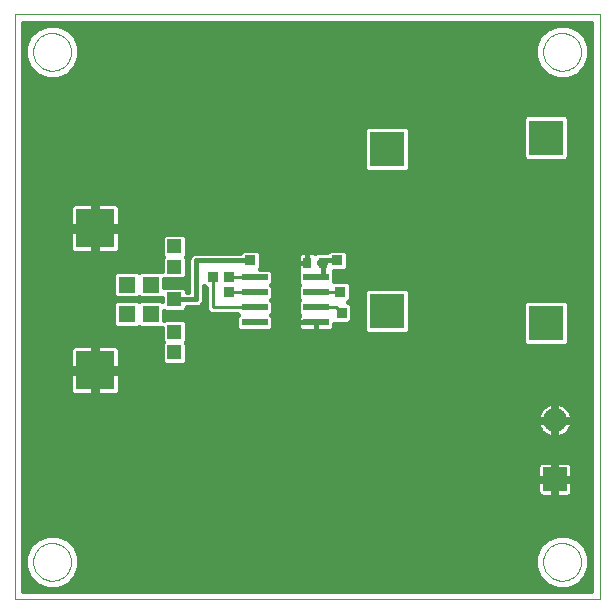
<source format=gtl>
G75*
G70*
%OFA0B0*%
%FSLAX24Y24*%
%IPPOS*%
%LPD*%
%AMOC8*
5,1,8,0,0,1.08239X$1,22.5*
%
%ADD10C,0.0000*%
%ADD11R,0.0866X0.0236*%
%ADD12R,0.1181X0.1181*%
%ADD13R,0.0276X0.0354*%
%ADD14R,0.1306X0.1306*%
%ADD15R,0.0562X0.0562*%
%ADD16R,0.0476X0.0476*%
%ADD17R,0.0800X0.0800*%
%ADD18C,0.0800*%
%ADD19C,0.0100*%
%ADD20R,0.0356X0.0356*%
%ADD21C,0.0160*%
%ADD22C,0.0320*%
D10*
X001401Y000181D02*
X001401Y019681D01*
X020901Y019681D01*
X020901Y000181D01*
X001401Y000181D01*
X002021Y001431D02*
X002023Y001481D01*
X002029Y001531D01*
X002039Y001580D01*
X002053Y001628D01*
X002070Y001675D01*
X002091Y001720D01*
X002116Y001764D01*
X002144Y001805D01*
X002176Y001844D01*
X002210Y001881D01*
X002247Y001915D01*
X002287Y001945D01*
X002329Y001972D01*
X002373Y001996D01*
X002419Y002017D01*
X002466Y002033D01*
X002514Y002046D01*
X002564Y002055D01*
X002613Y002060D01*
X002664Y002061D01*
X002714Y002058D01*
X002763Y002051D01*
X002812Y002040D01*
X002860Y002025D01*
X002906Y002007D01*
X002951Y001985D01*
X002994Y001959D01*
X003035Y001930D01*
X003074Y001898D01*
X003110Y001863D01*
X003142Y001825D01*
X003172Y001785D01*
X003199Y001742D01*
X003222Y001698D01*
X003241Y001652D01*
X003257Y001604D01*
X003269Y001555D01*
X003277Y001506D01*
X003281Y001456D01*
X003281Y001406D01*
X003277Y001356D01*
X003269Y001307D01*
X003257Y001258D01*
X003241Y001210D01*
X003222Y001164D01*
X003199Y001120D01*
X003172Y001077D01*
X003142Y001037D01*
X003110Y000999D01*
X003074Y000964D01*
X003035Y000932D01*
X002994Y000903D01*
X002951Y000877D01*
X002906Y000855D01*
X002860Y000837D01*
X002812Y000822D01*
X002763Y000811D01*
X002714Y000804D01*
X002664Y000801D01*
X002613Y000802D01*
X002564Y000807D01*
X002514Y000816D01*
X002466Y000829D01*
X002419Y000845D01*
X002373Y000866D01*
X002329Y000890D01*
X002287Y000917D01*
X002247Y000947D01*
X002210Y000981D01*
X002176Y001018D01*
X002144Y001057D01*
X002116Y001098D01*
X002091Y001142D01*
X002070Y001187D01*
X002053Y001234D01*
X002039Y001282D01*
X002029Y001331D01*
X002023Y001381D01*
X002021Y001431D01*
X019021Y001431D02*
X019023Y001481D01*
X019029Y001531D01*
X019039Y001580D01*
X019053Y001628D01*
X019070Y001675D01*
X019091Y001720D01*
X019116Y001764D01*
X019144Y001805D01*
X019176Y001844D01*
X019210Y001881D01*
X019247Y001915D01*
X019287Y001945D01*
X019329Y001972D01*
X019373Y001996D01*
X019419Y002017D01*
X019466Y002033D01*
X019514Y002046D01*
X019564Y002055D01*
X019613Y002060D01*
X019664Y002061D01*
X019714Y002058D01*
X019763Y002051D01*
X019812Y002040D01*
X019860Y002025D01*
X019906Y002007D01*
X019951Y001985D01*
X019994Y001959D01*
X020035Y001930D01*
X020074Y001898D01*
X020110Y001863D01*
X020142Y001825D01*
X020172Y001785D01*
X020199Y001742D01*
X020222Y001698D01*
X020241Y001652D01*
X020257Y001604D01*
X020269Y001555D01*
X020277Y001506D01*
X020281Y001456D01*
X020281Y001406D01*
X020277Y001356D01*
X020269Y001307D01*
X020257Y001258D01*
X020241Y001210D01*
X020222Y001164D01*
X020199Y001120D01*
X020172Y001077D01*
X020142Y001037D01*
X020110Y000999D01*
X020074Y000964D01*
X020035Y000932D01*
X019994Y000903D01*
X019951Y000877D01*
X019906Y000855D01*
X019860Y000837D01*
X019812Y000822D01*
X019763Y000811D01*
X019714Y000804D01*
X019664Y000801D01*
X019613Y000802D01*
X019564Y000807D01*
X019514Y000816D01*
X019466Y000829D01*
X019419Y000845D01*
X019373Y000866D01*
X019329Y000890D01*
X019287Y000917D01*
X019247Y000947D01*
X019210Y000981D01*
X019176Y001018D01*
X019144Y001057D01*
X019116Y001098D01*
X019091Y001142D01*
X019070Y001187D01*
X019053Y001234D01*
X019039Y001282D01*
X019029Y001331D01*
X019023Y001381D01*
X019021Y001431D01*
X019021Y018431D02*
X019023Y018481D01*
X019029Y018531D01*
X019039Y018580D01*
X019053Y018628D01*
X019070Y018675D01*
X019091Y018720D01*
X019116Y018764D01*
X019144Y018805D01*
X019176Y018844D01*
X019210Y018881D01*
X019247Y018915D01*
X019287Y018945D01*
X019329Y018972D01*
X019373Y018996D01*
X019419Y019017D01*
X019466Y019033D01*
X019514Y019046D01*
X019564Y019055D01*
X019613Y019060D01*
X019664Y019061D01*
X019714Y019058D01*
X019763Y019051D01*
X019812Y019040D01*
X019860Y019025D01*
X019906Y019007D01*
X019951Y018985D01*
X019994Y018959D01*
X020035Y018930D01*
X020074Y018898D01*
X020110Y018863D01*
X020142Y018825D01*
X020172Y018785D01*
X020199Y018742D01*
X020222Y018698D01*
X020241Y018652D01*
X020257Y018604D01*
X020269Y018555D01*
X020277Y018506D01*
X020281Y018456D01*
X020281Y018406D01*
X020277Y018356D01*
X020269Y018307D01*
X020257Y018258D01*
X020241Y018210D01*
X020222Y018164D01*
X020199Y018120D01*
X020172Y018077D01*
X020142Y018037D01*
X020110Y017999D01*
X020074Y017964D01*
X020035Y017932D01*
X019994Y017903D01*
X019951Y017877D01*
X019906Y017855D01*
X019860Y017837D01*
X019812Y017822D01*
X019763Y017811D01*
X019714Y017804D01*
X019664Y017801D01*
X019613Y017802D01*
X019564Y017807D01*
X019514Y017816D01*
X019466Y017829D01*
X019419Y017845D01*
X019373Y017866D01*
X019329Y017890D01*
X019287Y017917D01*
X019247Y017947D01*
X019210Y017981D01*
X019176Y018018D01*
X019144Y018057D01*
X019116Y018098D01*
X019091Y018142D01*
X019070Y018187D01*
X019053Y018234D01*
X019039Y018282D01*
X019029Y018331D01*
X019023Y018381D01*
X019021Y018431D01*
X002021Y018431D02*
X002023Y018481D01*
X002029Y018531D01*
X002039Y018580D01*
X002053Y018628D01*
X002070Y018675D01*
X002091Y018720D01*
X002116Y018764D01*
X002144Y018805D01*
X002176Y018844D01*
X002210Y018881D01*
X002247Y018915D01*
X002287Y018945D01*
X002329Y018972D01*
X002373Y018996D01*
X002419Y019017D01*
X002466Y019033D01*
X002514Y019046D01*
X002564Y019055D01*
X002613Y019060D01*
X002664Y019061D01*
X002714Y019058D01*
X002763Y019051D01*
X002812Y019040D01*
X002860Y019025D01*
X002906Y019007D01*
X002951Y018985D01*
X002994Y018959D01*
X003035Y018930D01*
X003074Y018898D01*
X003110Y018863D01*
X003142Y018825D01*
X003172Y018785D01*
X003199Y018742D01*
X003222Y018698D01*
X003241Y018652D01*
X003257Y018604D01*
X003269Y018555D01*
X003277Y018506D01*
X003281Y018456D01*
X003281Y018406D01*
X003277Y018356D01*
X003269Y018307D01*
X003257Y018258D01*
X003241Y018210D01*
X003222Y018164D01*
X003199Y018120D01*
X003172Y018077D01*
X003142Y018037D01*
X003110Y017999D01*
X003074Y017964D01*
X003035Y017932D01*
X002994Y017903D01*
X002951Y017877D01*
X002906Y017855D01*
X002860Y017837D01*
X002812Y017822D01*
X002763Y017811D01*
X002714Y017804D01*
X002664Y017801D01*
X002613Y017802D01*
X002564Y017807D01*
X002514Y017816D01*
X002466Y017829D01*
X002419Y017845D01*
X002373Y017866D01*
X002329Y017890D01*
X002287Y017917D01*
X002247Y017947D01*
X002210Y017981D01*
X002176Y018018D01*
X002144Y018057D01*
X002116Y018098D01*
X002091Y018142D01*
X002070Y018187D01*
X002053Y018234D01*
X002039Y018282D01*
X002029Y018331D01*
X002023Y018381D01*
X002021Y018431D01*
D11*
X009397Y010911D03*
X009397Y010411D03*
X009397Y009911D03*
X009397Y009411D03*
X011445Y009411D03*
X011445Y009911D03*
X011445Y010411D03*
X011445Y010911D03*
D12*
X013801Y009788D03*
X019116Y009394D03*
X013801Y015181D03*
X019116Y015575D03*
D13*
X011667Y011401D03*
X011155Y011401D03*
D14*
X004081Y012551D03*
X004081Y007811D03*
D15*
X005148Y009689D03*
X005935Y009689D03*
X005935Y010674D03*
X005148Y010674D03*
D16*
X006723Y010181D03*
X006723Y011264D03*
X006723Y011953D03*
X006723Y009099D03*
X006723Y008410D03*
D17*
X019401Y004181D03*
D18*
X019401Y006150D03*
D19*
X012301Y009731D02*
X012121Y009911D01*
X011445Y009911D01*
X011445Y010411D02*
X012251Y010411D01*
X012251Y010431D01*
X009397Y010411D02*
X008551Y010411D01*
X008551Y010431D01*
X008551Y010911D02*
X008551Y010931D01*
X008551Y010911D02*
X009397Y010911D01*
X009397Y009911D02*
X008001Y009911D01*
X008001Y010931D01*
D20*
X008001Y010931D03*
X008551Y010931D03*
X008551Y010431D03*
X009251Y011481D03*
X012151Y011481D03*
X012251Y010431D03*
X012301Y009731D03*
D21*
X012058Y009373D02*
X012554Y009373D01*
X012659Y009479D01*
X012659Y009984D01*
X012554Y010089D01*
X012520Y010089D01*
X012609Y010179D01*
X012609Y010684D01*
X012504Y010789D01*
X012058Y010789D01*
X012058Y011104D01*
X012038Y011123D01*
X012404Y011123D01*
X012509Y011229D01*
X012509Y011734D01*
X012404Y011839D01*
X011898Y011839D01*
X011817Y011759D01*
X011454Y011759D01*
X011411Y011715D01*
X011403Y011723D01*
X011362Y011746D01*
X011317Y011759D01*
X011155Y011759D01*
X010994Y011759D01*
X010948Y011746D01*
X010907Y011723D01*
X010873Y011689D01*
X010850Y011648D01*
X010837Y011602D01*
X010837Y011402D01*
X011155Y011402D01*
X011155Y011759D01*
X011155Y011402D01*
X011155Y011402D01*
X011155Y011401D01*
X010837Y011401D01*
X010837Y011201D01*
X010850Y011155D01*
X010861Y011134D01*
X010831Y011104D01*
X010831Y010719D01*
X010889Y010661D01*
X010831Y010604D01*
X010831Y010219D01*
X010889Y010161D01*
X010831Y010104D01*
X010831Y009719D01*
X010889Y009661D01*
X010867Y009640D01*
X010844Y009599D01*
X010831Y009553D01*
X010831Y009412D01*
X011444Y009412D01*
X011444Y009411D01*
X010831Y009411D01*
X010831Y009270D01*
X010844Y009224D01*
X010867Y009183D01*
X010901Y009149D01*
X010942Y009126D01*
X010988Y009113D01*
X011444Y009113D01*
X011444Y009411D01*
X011445Y009411D01*
X011445Y009113D01*
X011901Y009113D01*
X011947Y009126D01*
X011988Y009149D01*
X012022Y009183D01*
X012045Y009224D01*
X012058Y009270D01*
X012058Y009373D01*
X012042Y009218D02*
X013030Y009218D01*
X013030Y009123D02*
X013136Y009017D01*
X014466Y009017D01*
X014571Y009123D01*
X014571Y010453D01*
X014466Y010558D01*
X013136Y010558D01*
X013030Y010453D01*
X013030Y009123D01*
X013093Y009060D02*
X007140Y009060D01*
X007140Y009218D02*
X008785Y009218D01*
X008784Y009219D02*
X008890Y009113D01*
X009905Y009113D01*
X010010Y009219D01*
X010010Y009604D01*
X009953Y009661D01*
X010010Y009719D01*
X010010Y010104D01*
X009953Y010161D01*
X010010Y010219D01*
X010010Y010604D01*
X009953Y010661D01*
X010010Y010719D01*
X010010Y011104D01*
X009905Y011209D01*
X009590Y011209D01*
X009609Y011229D01*
X009609Y011734D01*
X009504Y011839D01*
X008998Y011839D01*
X008900Y011741D01*
X007399Y011741D01*
X007304Y011702D01*
X007231Y011629D01*
X007191Y011533D01*
X007191Y011430D01*
X007191Y010441D01*
X007140Y010441D01*
X007140Y010494D01*
X007035Y010599D01*
X006410Y010599D01*
X006396Y010585D01*
X006396Y010860D01*
X006410Y010846D01*
X007035Y010846D01*
X007140Y010952D01*
X007140Y011576D01*
X007108Y011609D01*
X007140Y011641D01*
X007140Y012265D01*
X007035Y012371D01*
X006410Y012371D01*
X006305Y012265D01*
X006305Y011641D01*
X006337Y011609D01*
X006305Y011576D01*
X006305Y011121D01*
X006305Y011121D01*
X006291Y011135D01*
X005580Y011135D01*
X005542Y011097D01*
X005504Y011135D01*
X004792Y011135D01*
X004687Y011029D01*
X004687Y010318D01*
X004792Y010212D01*
X005504Y010212D01*
X005542Y010251D01*
X005580Y010212D01*
X006291Y010212D01*
X006305Y010226D01*
X006305Y010136D01*
X006291Y010150D01*
X005580Y010150D01*
X005542Y010112D01*
X005504Y010150D01*
X004792Y010150D01*
X004687Y010045D01*
X004687Y009334D01*
X004792Y009228D01*
X005504Y009228D01*
X005542Y009266D01*
X005580Y009228D01*
X006291Y009228D01*
X006305Y009242D01*
X006305Y008786D01*
X006337Y008754D01*
X006305Y008722D01*
X006305Y008097D01*
X006410Y007992D01*
X007035Y007992D01*
X007140Y008097D01*
X007140Y008722D01*
X007108Y008754D01*
X007140Y008786D01*
X007140Y009411D01*
X007035Y009516D01*
X006410Y009516D01*
X006396Y009502D01*
X006396Y009778D01*
X006410Y009764D01*
X007035Y009764D01*
X007140Y009869D01*
X007140Y009921D01*
X007399Y009921D01*
X007503Y009921D01*
X007598Y009961D01*
X007671Y010034D01*
X007711Y010130D01*
X007711Y010611D01*
X007748Y010573D01*
X007771Y010573D01*
X007771Y009816D01*
X007906Y009681D01*
X008096Y009681D01*
X008822Y009681D01*
X008842Y009661D01*
X008784Y009604D01*
X008784Y009219D01*
X008784Y009377D02*
X007140Y009377D01*
X007124Y009853D02*
X007771Y009853D01*
X007771Y010011D02*
X007648Y010011D01*
X007711Y010170D02*
X007771Y010170D01*
X007771Y010328D02*
X007711Y010328D01*
X007711Y010487D02*
X007771Y010487D01*
X007451Y010181D02*
X007451Y011481D01*
X009251Y011481D01*
X009609Y011438D02*
X010837Y011438D01*
X010837Y011279D02*
X009609Y011279D01*
X009609Y011597D02*
X010837Y011597D01*
X010981Y011755D02*
X009588Y011755D01*
X008914Y011755D02*
X007140Y011755D01*
X007140Y011914D02*
X020621Y011914D01*
X020621Y012072D02*
X007140Y012072D01*
X007140Y012231D02*
X020621Y012231D01*
X020621Y012389D02*
X004914Y012389D01*
X004914Y012471D02*
X004914Y011875D01*
X004901Y011829D01*
X004878Y011788D01*
X004844Y011755D01*
X004803Y011731D01*
X004757Y011719D01*
X004161Y011719D01*
X004161Y012471D01*
X004001Y012471D01*
X004001Y011719D01*
X003404Y011719D01*
X003359Y011731D01*
X003318Y011755D01*
X003284Y011788D01*
X003260Y011829D01*
X003248Y011875D01*
X003248Y012471D01*
X004001Y012471D01*
X004001Y012631D01*
X003248Y012631D01*
X003248Y013228D01*
X003260Y013274D01*
X003284Y013315D01*
X003318Y013348D01*
X003359Y013372D01*
X003404Y013384D01*
X004001Y013384D01*
X004001Y012632D01*
X004161Y012632D01*
X004161Y013384D01*
X004757Y013384D01*
X004803Y013372D01*
X004844Y013348D01*
X004878Y013315D01*
X004901Y013274D01*
X004914Y013228D01*
X004914Y012631D01*
X004161Y012631D01*
X004161Y012471D01*
X004914Y012471D01*
X004914Y012706D02*
X020621Y012706D01*
X020621Y012548D02*
X004161Y012548D01*
X004161Y012706D02*
X004001Y012706D01*
X004001Y012548D02*
X001681Y012548D01*
X001681Y012706D02*
X003248Y012706D01*
X003248Y012865D02*
X001681Y012865D01*
X001681Y013023D02*
X003248Y013023D01*
X003248Y013182D02*
X001681Y013182D01*
X001681Y013341D02*
X003310Y013341D01*
X004001Y013341D02*
X004161Y013341D01*
X004161Y013182D02*
X004001Y013182D01*
X004001Y013023D02*
X004161Y013023D01*
X004161Y012865D02*
X004001Y012865D01*
X004001Y012389D02*
X004161Y012389D01*
X004161Y012231D02*
X004001Y012231D01*
X004001Y012072D02*
X004161Y012072D01*
X004161Y011914D02*
X004001Y011914D01*
X004001Y011755D02*
X004161Y011755D01*
X004845Y011755D02*
X006305Y011755D01*
X006305Y011914D02*
X004914Y011914D01*
X004914Y012072D02*
X006305Y012072D01*
X006305Y012231D02*
X004914Y012231D01*
X004914Y012865D02*
X020621Y012865D01*
X020621Y013023D02*
X004914Y013023D01*
X004914Y013182D02*
X020621Y013182D01*
X020621Y013341D02*
X004852Y013341D01*
X003248Y012389D02*
X001681Y012389D01*
X001681Y012231D02*
X003248Y012231D01*
X003248Y012072D02*
X001681Y012072D01*
X001681Y011914D02*
X003248Y011914D01*
X003317Y011755D02*
X001681Y011755D01*
X001681Y011597D02*
X006325Y011597D01*
X006305Y011438D02*
X001681Y011438D01*
X001681Y011279D02*
X006305Y011279D01*
X006396Y010804D02*
X007191Y010804D01*
X007191Y010962D02*
X007140Y010962D01*
X007140Y011121D02*
X007191Y011121D01*
X007191Y011279D02*
X007140Y011279D01*
X007140Y011438D02*
X007191Y011438D01*
X007217Y011597D02*
X007120Y011597D01*
X007191Y010645D02*
X006396Y010645D01*
X006305Y010170D02*
X001681Y010170D01*
X001681Y010328D02*
X004687Y010328D01*
X004687Y010487D02*
X001681Y010487D01*
X001681Y010645D02*
X004687Y010645D01*
X004687Y010804D02*
X001681Y010804D01*
X001681Y010962D02*
X004687Y010962D01*
X004779Y011121D02*
X001681Y011121D01*
X001681Y010011D02*
X004687Y010011D01*
X004687Y009853D02*
X001681Y009853D01*
X001681Y009694D02*
X004687Y009694D01*
X004687Y009535D02*
X001681Y009535D01*
X001681Y009377D02*
X004687Y009377D01*
X004757Y008644D02*
X004161Y008644D01*
X004161Y007891D01*
X004914Y007891D01*
X004914Y008488D01*
X004901Y008534D01*
X004878Y008575D01*
X004844Y008608D01*
X004803Y008632D01*
X004757Y008644D01*
X004868Y008584D02*
X006305Y008584D01*
X006305Y008426D02*
X004914Y008426D01*
X004914Y008267D02*
X006305Y008267D01*
X006305Y008109D02*
X004914Y008109D01*
X004914Y007950D02*
X020621Y007950D01*
X020621Y007791D02*
X004161Y007791D01*
X004161Y007731D02*
X004161Y007891D01*
X004001Y007891D01*
X004001Y007731D01*
X004161Y007731D01*
X004161Y006979D01*
X004757Y006979D01*
X004803Y006991D01*
X004844Y007015D01*
X004878Y007048D01*
X004901Y007089D01*
X004914Y007135D01*
X004914Y007731D01*
X004161Y007731D01*
X004161Y007633D02*
X004001Y007633D01*
X004001Y007731D02*
X004001Y006979D01*
X003404Y006979D01*
X003359Y006991D01*
X003318Y007015D01*
X003284Y007048D01*
X003260Y007089D01*
X003248Y007135D01*
X003248Y007731D01*
X004001Y007731D01*
X004001Y007791D02*
X001681Y007791D01*
X001681Y007633D02*
X003248Y007633D01*
X003248Y007474D02*
X001681Y007474D01*
X001681Y007316D02*
X003248Y007316D01*
X003248Y007157D02*
X001681Y007157D01*
X001681Y006999D02*
X003345Y006999D01*
X004001Y006999D02*
X004161Y006999D01*
X004161Y007157D02*
X004001Y007157D01*
X004001Y007316D02*
X004161Y007316D01*
X004161Y007474D02*
X004001Y007474D01*
X004001Y007891D02*
X003248Y007891D01*
X003248Y008488D01*
X003260Y008534D01*
X003284Y008575D01*
X003318Y008608D01*
X003359Y008632D01*
X003404Y008644D01*
X004001Y008644D01*
X004001Y007891D01*
X004001Y007950D02*
X004161Y007950D01*
X004161Y008109D02*
X004001Y008109D01*
X004001Y008267D02*
X004161Y008267D01*
X004161Y008426D02*
X004001Y008426D01*
X004001Y008584D02*
X004161Y008584D01*
X003294Y008584D02*
X001681Y008584D01*
X001681Y008426D02*
X003248Y008426D01*
X003248Y008267D02*
X001681Y008267D01*
X001681Y008109D02*
X003248Y008109D01*
X003248Y007950D02*
X001681Y007950D01*
X001681Y008743D02*
X006326Y008743D01*
X006305Y008901D02*
X001681Y008901D01*
X001681Y009060D02*
X006305Y009060D01*
X006305Y009218D02*
X001681Y009218D01*
X001681Y006840D02*
X020621Y006840D01*
X020621Y006682D02*
X019635Y006682D01*
X019624Y006687D02*
X019537Y006716D01*
X019449Y006729D01*
X019449Y006198D01*
X019353Y006198D01*
X019353Y006729D01*
X019265Y006716D01*
X019178Y006687D01*
X019097Y006646D01*
X019023Y006592D01*
X018959Y006528D01*
X018905Y006454D01*
X018863Y006373D01*
X018835Y006286D01*
X018821Y006198D01*
X019353Y006198D01*
X019353Y006102D01*
X018821Y006102D01*
X018835Y006014D01*
X018863Y005927D01*
X018905Y005846D01*
X018959Y005772D01*
X019023Y005708D01*
X019097Y005654D01*
X019178Y005612D01*
X019265Y005584D01*
X019353Y005570D01*
X019353Y006102D01*
X019449Y006102D01*
X019449Y006198D01*
X019981Y006198D01*
X019967Y006286D01*
X019938Y006373D01*
X019897Y006454D01*
X019843Y006528D01*
X019779Y006592D01*
X019705Y006646D01*
X019624Y006687D01*
X019449Y006682D02*
X019353Y006682D01*
X019353Y006523D02*
X019449Y006523D01*
X019449Y006365D02*
X019353Y006365D01*
X019353Y006206D02*
X019449Y006206D01*
X019449Y006102D02*
X019981Y006102D01*
X019967Y006014D01*
X019938Y005927D01*
X019897Y005846D01*
X019843Y005772D01*
X019779Y005708D01*
X019705Y005654D01*
X019624Y005612D01*
X019537Y005584D01*
X019449Y005570D01*
X019449Y006102D01*
X019449Y006048D02*
X019353Y006048D01*
X019353Y005889D02*
X019449Y005889D01*
X019449Y005730D02*
X019353Y005730D01*
X019353Y005572D02*
X019449Y005572D01*
X019459Y005572D02*
X020621Y005572D01*
X020621Y005730D02*
X019802Y005730D01*
X019919Y005889D02*
X020621Y005889D01*
X020621Y006048D02*
X019972Y006048D01*
X019979Y006206D02*
X020621Y006206D01*
X020621Y006365D02*
X019941Y006365D01*
X019847Y006523D02*
X020621Y006523D01*
X020621Y006999D02*
X004817Y006999D01*
X004914Y007157D02*
X020621Y007157D01*
X020621Y007316D02*
X004914Y007316D01*
X004914Y007474D02*
X020621Y007474D01*
X020621Y007633D02*
X004914Y007633D01*
X007140Y008109D02*
X020621Y008109D01*
X020621Y008267D02*
X007140Y008267D01*
X007140Y008426D02*
X020621Y008426D01*
X020621Y008584D02*
X007140Y008584D01*
X007120Y008743D02*
X018345Y008743D01*
X018345Y008729D02*
X018451Y008623D01*
X019781Y008623D01*
X019886Y008729D01*
X019886Y010059D01*
X019781Y010165D01*
X018451Y010165D01*
X018345Y010059D01*
X018345Y008729D01*
X018345Y008901D02*
X007140Y008901D01*
X006396Y009535D02*
X008784Y009535D01*
X007893Y009694D02*
X006396Y009694D01*
X006723Y010181D02*
X007451Y010181D01*
X007191Y010487D02*
X007140Y010487D01*
X005566Y011121D02*
X005517Y011121D01*
X001681Y013499D02*
X020621Y013499D01*
X020621Y013658D02*
X001681Y013658D01*
X001681Y013816D02*
X020621Y013816D01*
X020621Y013975D02*
X001681Y013975D01*
X001681Y014133D02*
X020621Y014133D01*
X020621Y014292D02*
X001681Y014292D01*
X001681Y014450D02*
X013096Y014450D01*
X013136Y014411D02*
X013030Y014516D01*
X013030Y015846D01*
X013136Y015952D01*
X014466Y015952D01*
X014571Y015846D01*
X014571Y014516D01*
X014466Y014411D01*
X013136Y014411D01*
X013030Y014609D02*
X001681Y014609D01*
X001681Y014767D02*
X013030Y014767D01*
X013030Y014926D02*
X001681Y014926D01*
X001681Y015084D02*
X013030Y015084D01*
X013030Y015243D02*
X001681Y015243D01*
X001681Y015402D02*
X013030Y015402D01*
X013030Y015560D02*
X001681Y015560D01*
X001681Y015719D02*
X013030Y015719D01*
X013061Y015877D02*
X001681Y015877D01*
X001681Y016036D02*
X018345Y016036D01*
X018345Y016194D02*
X001681Y016194D01*
X001681Y016353D02*
X020621Y016353D01*
X020621Y016511D02*
X001681Y016511D01*
X001681Y016670D02*
X020621Y016670D01*
X020621Y016828D02*
X001681Y016828D01*
X001681Y016987D02*
X020621Y016987D01*
X020621Y017146D02*
X001681Y017146D01*
X001681Y017304D02*
X020621Y017304D01*
X020621Y017463D02*
X001681Y017463D01*
X001681Y017621D02*
X002229Y017621D01*
X002136Y017660D02*
X002470Y017521D01*
X002832Y017521D01*
X003166Y017660D01*
X003422Y017916D01*
X003561Y018250D01*
X003561Y018612D01*
X003422Y018947D01*
X003166Y019203D01*
X002832Y019341D01*
X002470Y019341D01*
X002136Y019203D01*
X001880Y018947D01*
X001741Y018612D01*
X001741Y018250D01*
X001880Y017916D01*
X002136Y017660D01*
X002016Y017780D02*
X001681Y017780D01*
X001681Y017938D02*
X001870Y017938D01*
X001805Y018097D02*
X001681Y018097D01*
X001681Y018255D02*
X001741Y018255D01*
X001741Y018414D02*
X001681Y018414D01*
X001681Y018572D02*
X001741Y018572D01*
X001790Y018731D02*
X001681Y018731D01*
X001681Y018890D02*
X001856Y018890D01*
X001981Y019048D02*
X001681Y019048D01*
X001681Y019207D02*
X002145Y019207D01*
X001681Y019365D02*
X020621Y019365D01*
X020621Y019401D02*
X001681Y019401D01*
X001681Y000461D01*
X020621Y000461D01*
X020621Y019401D01*
X020621Y019207D02*
X020157Y019207D01*
X020166Y019203D02*
X019832Y019341D01*
X019470Y019341D01*
X019136Y019203D01*
X018880Y018947D01*
X018741Y018612D01*
X018741Y018250D01*
X018880Y017916D01*
X019136Y017660D01*
X019470Y017521D01*
X019832Y017521D01*
X020166Y017660D01*
X020422Y017916D01*
X020561Y018250D01*
X020561Y018612D01*
X020422Y018947D01*
X020166Y019203D01*
X020321Y019048D02*
X020621Y019048D01*
X020621Y018890D02*
X020446Y018890D01*
X020512Y018731D02*
X020621Y018731D01*
X020621Y018572D02*
X020561Y018572D01*
X020561Y018414D02*
X020621Y018414D01*
X020621Y018255D02*
X020561Y018255D01*
X020621Y018097D02*
X020497Y018097D01*
X020432Y017938D02*
X020621Y017938D01*
X020621Y017780D02*
X020286Y017780D01*
X020073Y017621D02*
X020621Y017621D01*
X019781Y016346D02*
X018451Y016346D01*
X018345Y016240D01*
X018345Y014910D01*
X018451Y014805D01*
X019781Y014805D01*
X019886Y014910D01*
X019886Y016240D01*
X019781Y016346D01*
X019886Y016194D02*
X020621Y016194D01*
X020621Y016036D02*
X019886Y016036D01*
X019886Y015877D02*
X020621Y015877D01*
X020621Y015719D02*
X019886Y015719D01*
X019886Y015560D02*
X020621Y015560D01*
X020621Y015402D02*
X019886Y015402D01*
X019886Y015243D02*
X020621Y015243D01*
X020621Y015084D02*
X019886Y015084D01*
X019886Y014926D02*
X020621Y014926D01*
X020621Y014767D02*
X014571Y014767D01*
X014571Y014609D02*
X020621Y014609D01*
X020621Y014450D02*
X014505Y014450D01*
X014571Y014926D02*
X018345Y014926D01*
X018345Y015084D02*
X014571Y015084D01*
X014571Y015243D02*
X018345Y015243D01*
X018345Y015402D02*
X014571Y015402D01*
X014571Y015560D02*
X018345Y015560D01*
X018345Y015719D02*
X014571Y015719D01*
X014541Y015877D02*
X018345Y015877D01*
X019229Y017621D02*
X003073Y017621D01*
X003286Y017780D02*
X019016Y017780D01*
X018870Y017938D02*
X003432Y017938D01*
X003497Y018097D02*
X018805Y018097D01*
X018741Y018255D02*
X003561Y018255D01*
X003561Y018414D02*
X018741Y018414D01*
X018741Y018572D02*
X003561Y018572D01*
X003512Y018731D02*
X018790Y018731D01*
X018856Y018890D02*
X003446Y018890D01*
X003321Y019048D02*
X018981Y019048D01*
X019145Y019207D02*
X003157Y019207D01*
X011155Y011755D02*
X011155Y011755D01*
X011155Y011597D02*
X011155Y011597D01*
X011155Y011438D02*
X011155Y011438D01*
X011329Y011755D02*
X011451Y011755D01*
X011667Y011481D02*
X011667Y011401D01*
X011667Y010911D01*
X011445Y010911D01*
X010831Y010962D02*
X010010Y010962D01*
X010010Y010804D02*
X010831Y010804D01*
X010873Y010645D02*
X009969Y010645D01*
X010010Y010487D02*
X010831Y010487D01*
X010831Y010328D02*
X010010Y010328D01*
X009961Y010170D02*
X010881Y010170D01*
X010831Y010011D02*
X010010Y010011D01*
X010010Y009853D02*
X010831Y009853D01*
X010856Y009694D02*
X009986Y009694D01*
X010010Y009535D02*
X010831Y009535D01*
X010831Y009377D02*
X010010Y009377D01*
X010010Y009218D02*
X010847Y009218D01*
X011444Y009218D02*
X011445Y009218D01*
X011444Y009377D02*
X011445Y009377D01*
X012557Y009377D02*
X013030Y009377D01*
X013030Y009535D02*
X012659Y009535D01*
X012659Y009694D02*
X013030Y009694D01*
X013030Y009853D02*
X012659Y009853D01*
X012632Y010011D02*
X013030Y010011D01*
X013030Y010170D02*
X012600Y010170D01*
X012609Y010328D02*
X013030Y010328D01*
X013064Y010487D02*
X012609Y010487D01*
X012609Y010645D02*
X020621Y010645D01*
X020621Y010487D02*
X014538Y010487D01*
X014571Y010328D02*
X020621Y010328D01*
X020621Y010170D02*
X014571Y010170D01*
X014571Y010011D02*
X018345Y010011D01*
X018345Y009853D02*
X014571Y009853D01*
X014571Y009694D02*
X018345Y009694D01*
X018345Y009535D02*
X014571Y009535D01*
X014571Y009377D02*
X018345Y009377D01*
X018345Y009218D02*
X014571Y009218D01*
X014509Y009060D02*
X018345Y009060D01*
X019886Y009060D02*
X020621Y009060D01*
X020621Y009218D02*
X019886Y009218D01*
X019886Y009377D02*
X020621Y009377D01*
X020621Y009535D02*
X019886Y009535D01*
X019886Y009694D02*
X020621Y009694D01*
X020621Y009853D02*
X019886Y009853D01*
X019886Y010011D02*
X020621Y010011D01*
X020621Y010804D02*
X012058Y010804D01*
X012058Y010962D02*
X020621Y010962D01*
X020621Y011121D02*
X012041Y011121D01*
X012151Y011481D02*
X011667Y011481D01*
X010848Y011121D02*
X009994Y011121D01*
X012509Y011279D02*
X020621Y011279D01*
X020621Y011438D02*
X012509Y011438D01*
X012509Y011597D02*
X020621Y011597D01*
X020621Y011755D02*
X012488Y011755D01*
X018861Y006365D02*
X001681Y006365D01*
X001681Y006523D02*
X018955Y006523D01*
X019167Y006682D02*
X001681Y006682D01*
X001681Y006206D02*
X018823Y006206D01*
X018830Y006048D02*
X001681Y006048D01*
X001681Y005889D02*
X018883Y005889D01*
X019000Y005730D02*
X001681Y005730D01*
X001681Y005572D02*
X019343Y005572D01*
X019353Y004761D02*
X018977Y004761D01*
X018931Y004749D01*
X018890Y004725D01*
X018857Y004692D01*
X018833Y004651D01*
X018821Y004605D01*
X018821Y004229D01*
X019353Y004229D01*
X019353Y004133D01*
X019449Y004133D01*
X019449Y003601D01*
X019825Y003601D01*
X019870Y003614D01*
X019911Y003637D01*
X019945Y003671D01*
X019969Y003712D01*
X019981Y003758D01*
X019981Y004133D01*
X019449Y004133D01*
X019449Y004229D01*
X019981Y004229D01*
X019981Y004605D01*
X019969Y004651D01*
X019945Y004692D01*
X019911Y004725D01*
X019870Y004749D01*
X019825Y004761D01*
X019449Y004761D01*
X019449Y004230D01*
X019353Y004230D01*
X019353Y004761D01*
X019353Y004621D02*
X019449Y004621D01*
X019449Y004462D02*
X019353Y004462D01*
X019353Y004304D02*
X019449Y004304D01*
X019449Y004145D02*
X020621Y004145D01*
X020621Y003986D02*
X019981Y003986D01*
X019981Y003828D02*
X020621Y003828D01*
X020621Y003669D02*
X019943Y003669D01*
X019449Y003669D02*
X019353Y003669D01*
X019353Y003601D02*
X019353Y004133D01*
X018821Y004133D01*
X018821Y003758D01*
X018833Y003712D01*
X018857Y003671D01*
X018890Y003637D01*
X018931Y003614D01*
X018977Y003601D01*
X019353Y003601D01*
X019353Y003828D02*
X019449Y003828D01*
X019449Y003986D02*
X019353Y003986D01*
X019353Y004145D02*
X001681Y004145D01*
X001681Y003986D02*
X018821Y003986D01*
X018821Y003828D02*
X001681Y003828D01*
X001681Y003669D02*
X018858Y003669D01*
X018821Y004304D02*
X001681Y004304D01*
X001681Y004462D02*
X018821Y004462D01*
X018825Y004621D02*
X001681Y004621D01*
X001681Y004779D02*
X020621Y004779D01*
X020621Y004621D02*
X019977Y004621D01*
X019981Y004462D02*
X020621Y004462D01*
X020621Y004304D02*
X019981Y004304D01*
X020621Y004938D02*
X001681Y004938D01*
X001681Y005096D02*
X020621Y005096D01*
X020621Y005255D02*
X001681Y005255D01*
X001681Y005413D02*
X020621Y005413D01*
X020621Y003511D02*
X001681Y003511D01*
X001681Y003352D02*
X020621Y003352D01*
X020621Y003194D02*
X001681Y003194D01*
X001681Y003035D02*
X020621Y003035D01*
X020621Y002877D02*
X001681Y002877D01*
X001681Y002718D02*
X020621Y002718D01*
X020621Y002560D02*
X001681Y002560D01*
X001681Y002401D02*
X020621Y002401D01*
X020621Y002242D02*
X020071Y002242D01*
X020166Y002203D02*
X019832Y002341D01*
X019470Y002341D01*
X019136Y002203D01*
X018880Y001947D01*
X018741Y001612D01*
X018741Y001250D01*
X018880Y000916D01*
X019136Y000660D01*
X019470Y000521D01*
X019832Y000521D01*
X020166Y000660D01*
X020422Y000916D01*
X020561Y001250D01*
X020561Y001612D01*
X020422Y001947D01*
X020166Y002203D01*
X020285Y002084D02*
X020621Y002084D01*
X020621Y001925D02*
X020431Y001925D01*
X020497Y001767D02*
X020621Y001767D01*
X020621Y001608D02*
X020561Y001608D01*
X020561Y001450D02*
X020621Y001450D01*
X020621Y001291D02*
X020561Y001291D01*
X020512Y001133D02*
X020621Y001133D01*
X020621Y000974D02*
X020446Y000974D01*
X020322Y000816D02*
X020621Y000816D01*
X020621Y000657D02*
X020159Y000657D01*
X020621Y000499D02*
X001681Y000499D01*
X001681Y000657D02*
X002143Y000657D01*
X002136Y000660D02*
X002470Y000521D01*
X002832Y000521D01*
X003166Y000660D01*
X003422Y000916D01*
X003561Y001250D01*
X003561Y001612D01*
X003422Y001947D01*
X003166Y002203D01*
X002832Y002341D01*
X002470Y002341D01*
X002136Y002203D01*
X001880Y001947D01*
X001741Y001612D01*
X001741Y001250D01*
X001880Y000916D01*
X002136Y000660D01*
X001980Y000816D02*
X001681Y000816D01*
X001681Y000974D02*
X001855Y000974D01*
X001790Y001133D02*
X001681Y001133D01*
X001681Y001291D02*
X001741Y001291D01*
X001741Y001450D02*
X001681Y001450D01*
X001681Y001608D02*
X001741Y001608D01*
X001681Y001767D02*
X001805Y001767D01*
X001871Y001925D02*
X001681Y001925D01*
X001681Y002084D02*
X002017Y002084D01*
X002231Y002242D02*
X001681Y002242D01*
X003071Y002242D02*
X019231Y002242D01*
X019017Y002084D02*
X003285Y002084D01*
X003431Y001925D02*
X018871Y001925D01*
X018805Y001767D02*
X003497Y001767D01*
X003561Y001608D02*
X018741Y001608D01*
X018741Y001450D02*
X003561Y001450D01*
X003561Y001291D02*
X018741Y001291D01*
X018790Y001133D02*
X003512Y001133D01*
X003446Y000974D02*
X018855Y000974D01*
X018980Y000816D02*
X003322Y000816D01*
X003159Y000657D02*
X019143Y000657D01*
X019886Y008743D02*
X020621Y008743D01*
X020621Y008901D02*
X019886Y008901D01*
D22*
X011667Y011401D02*
X011661Y011401D01*
M02*

</source>
